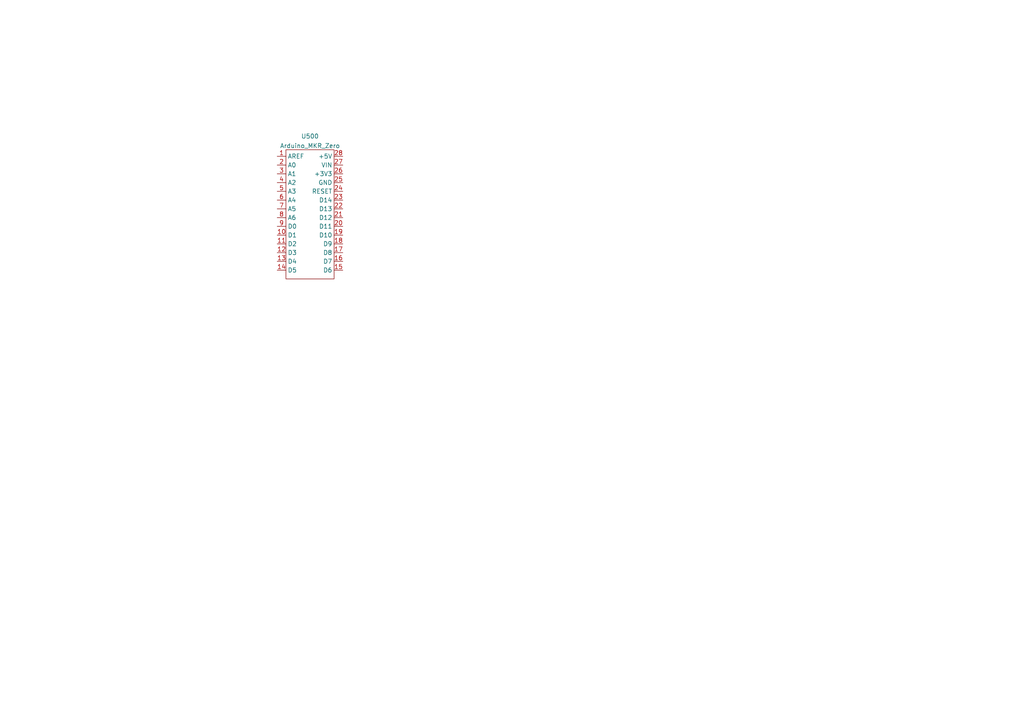
<source format=kicad_sch>
(kicad_sch (version 20211123) (generator eeschema)
  (paper "A4")
  (lib_symbols
    (symbol "SamacSys_Parts:Arduino_MKR_Zero"
      (property "Reference" "U" (at 0 10.16 0))
      (property "Value" "Arduino_MKR_Zero" (at 0 -30.48 0))
      (symbol "Arduino_MKR_Zero_0_1"
        (rectangle (start -6.985 8.89) (end 6.985 -28.575) (stroke (width 0.1524)))
      )
      (symbol "Arduino_MKR_Zero_1_1"
        (pin input line (at -9.525 6.985 0) (length 2.54) (name "AREF") (number "1"))
        (pin input line (at -9.525 -15.875 0) (length 2.54) (name "D1") (number "10"))
        (pin input line (at -9.525 -18.415 0) (length 2.54) (name "D2") (number "11"))
        (pin input line (at -9.525 -20.955 0) (length 2.54) (name "D3") (number "12"))
        (pin input line (at -9.525 -23.495 0) (length 2.54) (name "D4") (number "13"))
        (pin input line (at -9.525 -26.035 0) (length 2.54) (name "D5") (number "14"))
        (pin input line (at 9.525 -26.035 180) (length 2.54) (name "D6") (number "15"))
        (pin input line (at 9.525 -23.495 180) (length 2.54) (name "D7") (number "16"))
        (pin input line (at 9.525 -20.955 180) (length 2.54) (name "D8") (number "17"))
        (pin input line (at 9.525 -18.415 180) (length 2.54) (name "D9") (number "18"))
        (pin input line (at 9.525 -15.875 180) (length 2.54) (name "D10") (number "19"))
        (pin input line (at -9.525 4.445 0) (length 2.54) (name "A0") (number "2"))
        (pin input line (at 9.525 -13.335 180) (length 2.54) (name "D11") (number "20"))
        (pin input line (at 9.525 -10.795 180) (length 2.54) (name "D12") (number "21"))
        (pin input line (at 9.525 -8.255 180) (length 2.54) (name "D13") (number "22"))
        (pin input line (at 9.525 -5.715 180) (length 2.54) (name "D14") (number "23"))
        (pin input line (at 9.525 -3.175 180) (length 2.54) (name "RESET") (number "24"))
        (pin input line (at 9.525 -0.635 180) (length 2.54) (name "GND") (number "25"))
        (pin power_out line (at 9.525 1.905 180) (length 2.54) (name "+3V3") (number "26"))
        (pin power_in line (at 9.525 4.445 180) (length 2.54) (name "VIN") (number "27"))
        (pin power_out line (at 9.525 6.985 180) (length 2.54) (name "+5V") (number "28"))
        (pin input line (at -9.525 1.905 0) (length 2.54) (name "A1") (number "3"))
        (pin input line (at -9.525 -0.635 0) (length 2.54) (name "A2") (number "4"))
        (pin input line (at -9.525 -3.175 0) (length 2.54) (name "A3") (number "5"))
        (pin input line (at -9.525 -5.715 0) (length 2.54) (name "A4") (number "6"))
        (pin input line (at -9.525 -8.255 0) (length 2.54) (name "A5") (number "7"))
        (pin input line (at -9.525 -10.795 0) (length 2.54) (name "A6") (number "8"))
        (pin input line (at -9.525 -13.335 0) (length 2.54) (name "D0") (number "9"))
      )
    )
  )
  (symbol (lib_id "SamacSys_Parts:Arduino_MKR_Zero") (at 89.916 52.324 0) (unit 1)
    (property "Reference" "U500" (at 89.916 39.5183 0))
    (property "Value" "Arduino_MKR_Zero" (at 89.916 42.2934 0))
    (property "Footprint" "SamacSys_Parts:Arduino MKR Zero" (effects hide))
  )
)
</source>
